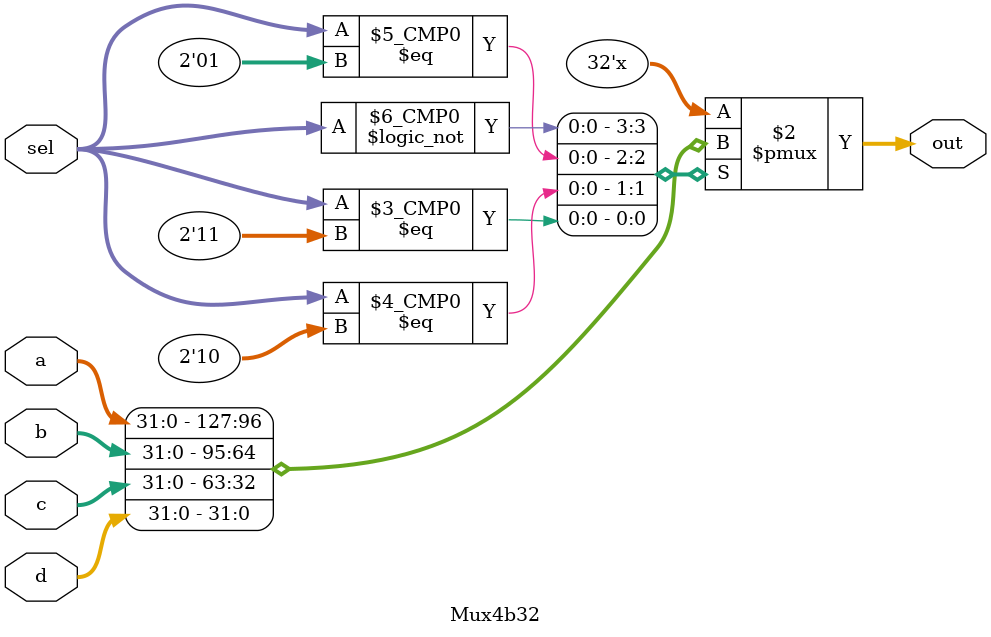
<source format=v>
module Mux4b32(
    input [1:0] sel,input [31:0] a,input [31:0] b,input [31:0] c,input [31:0] d,output reg [31:0] out
);
    always@(*)begin
        case(sel)
            2'b00:
                begin 
                out <= a;
                end
            2'b01:
                begin  
                out <= b;
                end
            2'b10:
                 begin 
                 out <= c;
                 end
            2'b11: 
                begin
                out <= d;
                end
        endcase
    end
endmodule
</source>
